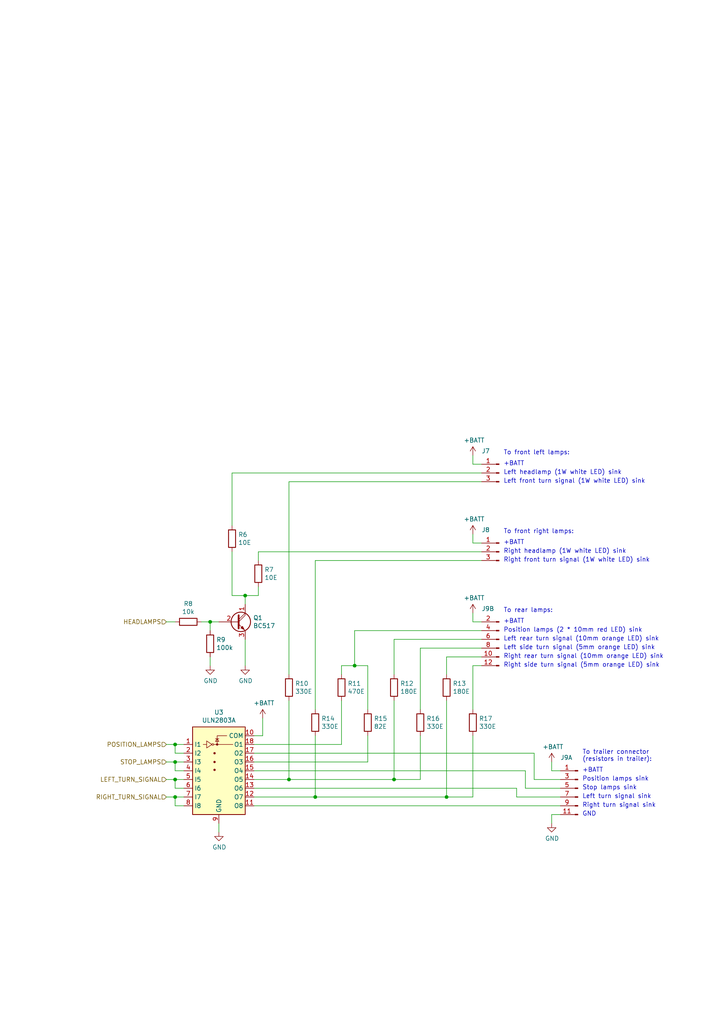
<source format=kicad_sch>
(kicad_sch (version 20211123) (generator eeschema)
  (paper "A4" portrait)
  (title_block (title "Earth Rover") (date "2020-08-05") (rev "9") (company "Vijfendertig BVBA") (comment 1 "Maarten De Munck") (comment 2 "Vehicle Control Unit") (comment 3 "Automotive Lighting"))
  (lib_symbols
    (symbol "Connector:Conn_01x03_Male" (pin_names (offset 1.016) hide)
      (property "Reference" "J" (at 0 5.08 0))
      (property "Value" "Conn_01x03_Male" (at 0 -5.08 0))
      (symbol "Conn_01x03_Male_1_1"
        (polyline (pts (xy 1.27 -2.54) (xy 0.8636 -2.54)) (stroke (width 0.1524)))
        (polyline (pts (xy 1.27 0) (xy 0.8636 0)) (stroke (width 0.1524)))
        (polyline (pts (xy 1.27 2.54) (xy 0.8636 2.54)) (stroke (width 0.1524)))
        (rectangle (start 0.8636 -2.413) (end 0 -2.667) (stroke (width 0.1524)) (fill (type outline)))
        (rectangle (start 0.8636 0.127) (end 0 -0.127) (stroke (width 0.1524)) (fill (type outline)))
        (rectangle (start 0.8636 2.667) (end 0 2.413) (stroke (width 0.1524)) (fill (type outline)))
        (pin passive line (at 5.08 2.54 180) (length 3.81) (name "Pin_1") (number "1"))
        (pin passive line (at 5.08 0 180) (length 3.81) (name "Pin_2") (number "2"))
        (pin passive line (at 5.08 -2.54 180) (length 3.81) (name "Pin_3") (number "3"))
      )
    )
    (symbol "Device:R" (pin_numbers hide) (pin_names (offset 0))
      (property "Reference" "R" (at 2.032 0 90))
      (property "Value" "R" (at 0 0 90))
      (symbol "R_0_1"
        (rectangle (start -1.016 -2.54) (end 1.016 2.54) (stroke (width 0.254)))
      )
      (symbol "R_1_1"
        (pin passive line (at 0 3.81 270) (length 1.27) (name "~") (number "1"))
        (pin passive line (at 0 -3.81 90) (length 1.27) (name "~") (number "2"))
      )
    )
    (symbol "Transistor_Array:ULN2803A"
      (property "Reference" "U" (at 0 13.335 0))
      (property "Value" "ULN2803A" (at 0 11.43 0))
      (symbol "ULN2803A_0_1"
        (rectangle (start -7.62 -15.24) (end 7.62 10.16) (stroke (width 0.254)) (fill (type background)))
        (circle (center -1.778 5.08) (radius 0.254))
        (circle (center -1.27 -2.286) (radius 0.254) (fill (type outline)))
        (circle (center -1.27 0) (radius 0.254) (fill (type outline)))
        (circle (center -1.27 2.54) (radius 0.254) (fill (type outline)))
        (circle (center -0.508 5.08) (radius 0.254) (fill (type outline)))
        (polyline (pts (xy -4.572 5.08) (xy -3.556 5.08)))
        (polyline (pts (xy -1.524 5.08) (xy 4.064 5.08)))
        (polyline (pts (xy 0 6.731) (xy -1.016 6.731)))
        (polyline (pts (xy -0.508 5.08) (xy -0.508 7.62) (xy 2.286 7.62)))
        (polyline (pts (xy -3.556 6.096) (xy -3.556 4.064) (xy -2.032 5.08) (xy -3.556 6.096)))
        (polyline (pts (xy 0 5.969) (xy -1.016 5.969) (xy -0.508 6.731) (xy 0 5.969)))
      )
      (symbol "ULN2803A_1_1"
        (pin input line (at -10.16 5.08 0) (length 2.54) (name "I1") (number "1"))
        (pin passive line (at 10.16 7.62 180) (length 2.54) (name "COM") (number "10"))
        (pin open_collector line (at 10.16 -12.7 180) (length 2.54) (name "O8") (number "11"))
        (pin open_collector line (at 10.16 -10.16 180) (length 2.54) (name "O7") (number "12"))
        (pin open_collector line (at 10.16 -7.62 180) (length 2.54) (name "O6") (number "13"))
        (pin open_collector line (at 10.16 -5.08 180) (length 2.54) (name "O5") (number "14"))
        (pin open_collector line (at 10.16 -2.54 180) (length 2.54) (name "O4") (number "15"))
        (pin open_collector line (at 10.16 0 180) (length 2.54) (name "O3") (number "16"))
        (pin open_collector line (at 10.16 2.54 180) (length 2.54) (name "O2") (number "17"))
        (pin open_collector line (at 10.16 5.08 180) (length 2.54) (name "O1") (number "18"))
        (pin input line (at -10.16 2.54 0) (length 2.54) (name "I2") (number "2"))
        (pin input line (at -10.16 0 0) (length 2.54) (name "I3") (number "3"))
        (pin input line (at -10.16 -2.54 0) (length 2.54) (name "I4") (number "4"))
        (pin input line (at -10.16 -5.08 0) (length 2.54) (name "I5") (number "5"))
        (pin input line (at -10.16 -7.62 0) (length 2.54) (name "I6") (number "6"))
        (pin input line (at -10.16 -10.16 0) (length 2.54) (name "I7") (number "7"))
        (pin input line (at -10.16 -12.7 0) (length 2.54) (name "I8") (number "8"))
        (pin power_in line (at 0 -17.78 90) (length 2.54) (name "GND") (number "9"))
      )
    )
    (symbol "Transistor_BJT:BC517" (pin_names (offset 0) hide)
      (property "Reference" "Q" (at 5.08 1.905 0))
      (property "Value" "BC517" (at 5.08 0 0))
      (symbol "BC517_0_1"
        (polyline (pts (xy 0.635 0.635) (xy 2.54 2.54)))
        (polyline (pts (xy 0.635 -0.635) (xy 2.54 -2.54) (xy 2.54 -2.54)))
        (polyline (pts (xy 0.635 0) (xy 2.54 1.905) (xy 2.54 2.54)))
        (polyline (pts (xy 0.635 1.905) (xy 0.635 -1.905) (xy 0.635 -1.905)) (stroke (width 0.508)))
        (polyline (pts (xy 1.27 -1.778) (xy 1.778 -1.27) (xy 2.286 -2.286) (xy 1.27 -1.778) (xy 1.27 -1.778)) (fill (type outline)))
        (circle (center 1.27 0) (radius 2.8194) (stroke (width 0.254)))
      )
      (symbol "BC517_1_1"
        (pin passive line (at 2.54 5.08 270) (length 2.54) (name "C") (number "1"))
        (pin input line (at -5.08 0 0) (length 5.715) (name "B") (number "2"))
        (pin passive line (at 2.54 -5.08 90) (length 2.54) (name "E") (number "3"))
      )
    )
    (symbol "earth-rover-symbols:Conn_02x06_Male_UnitPerRow" (pin_names (offset 1.016) hide)
      (property "Reference" "J" (at 0 7.62 0))
      (property "Value" "Conn_02x06_Male_UnitPerRow" (at 0 -10.16 0))
      (symbol "Conn_02x06_Male_UnitPerRow_1_1"
        (polyline (pts (xy 1.27 -7.62) (xy 0.8636 -7.62)) (stroke (width 0.1524)))
        (polyline (pts (xy 1.27 -5.08) (xy 0.8636 -5.08)) (stroke (width 0.1524)))
        (polyline (pts (xy 1.27 -2.54) (xy 0.8636 -2.54)) (stroke (width 0.1524)))
        (polyline (pts (xy 1.27 0) (xy 0.8636 0)) (stroke (width 0.1524)))
        (polyline (pts (xy 1.27 2.54) (xy 0.8636 2.54)) (stroke (width 0.1524)))
        (polyline (pts (xy 1.27 5.08) (xy 0.8636 5.08)) (stroke (width 0.1524)))
        (rectangle (start 0.8636 -7.493) (end 0 -7.747) (stroke (width 0.1524)) (fill (type outline)))
        (rectangle (start 0.8636 -4.953) (end 0 -5.207) (stroke (width 0.1524)) (fill (type outline)))
        (rectangle (start 0.8636 -2.413) (end 0 -2.667) (stroke (width 0.1524)) (fill (type outline)))
        (rectangle (start 0.8636 0.127) (end 0 -0.127) (stroke (width 0.1524)) (fill (type outline)))
        (rectangle (start 0.8636 2.667) (end 0 2.413) (stroke (width 0.1524)) (fill (type outline)))
        (rectangle (start 0.8636 5.207) (end 0 4.953) (stroke (width 0.1524)) (fill (type outline)))
        (pin passive line (at 5.08 5.08 180) (length 3.81) (name "Pin_1") (number "1"))
        (pin passive line (at 5.08 -7.62 180) (length 3.81) (name "Pin_11") (number "11"))
        (pin passive line (at 5.08 2.54 180) (length 3.81) (name "Pin_3") (number "3"))
        (pin passive line (at 5.08 0 180) (length 3.81) (name "Pin_5") (number "5"))
        (pin passive line (at 5.08 -2.54 180) (length 3.81) (name "Pin_7") (number "7"))
        (pin passive line (at 5.08 -5.08 180) (length 3.81) (name "Pin_9") (number "9"))
      )
      (symbol "Conn_02x06_Male_UnitPerRow_2_1"
        (polyline (pts (xy 1.27 -7.62) (xy 0.8636 -7.62)) (stroke (width 0.1524)))
        (polyline (pts (xy 1.27 -5.08) (xy 0.8636 -5.08)) (stroke (width 0.1524)))
        (polyline (pts (xy 1.27 -2.54) (xy 0.8636 -2.54)) (stroke (width 0.1524)))
        (polyline (pts (xy 1.27 0) (xy 0.8636 0)) (stroke (width 0.1524)))
        (polyline (pts (xy 1.27 2.54) (xy 0.8636 2.54)) (stroke (width 0.1524)))
        (polyline (pts (xy 1.27 5.08) (xy 0.8636 5.08)) (stroke (width 0.1524)))
        (rectangle (start 0.8636 -7.493) (end 0 -7.747) (stroke (width 0.1524)) (fill (type outline)))
        (rectangle (start 0.8636 -4.953) (end 0 -5.207) (stroke (width 0.1524)) (fill (type outline)))
        (rectangle (start 0.8636 -2.413) (end 0 -2.667) (stroke (width 0.1524)) (fill (type outline)))
        (rectangle (start 0.8636 0.127) (end 0 -0.127) (stroke (width 0.1524)) (fill (type outline)))
        (rectangle (start 0.8636 2.667) (end 0 2.413) (stroke (width 0.1524)) (fill (type outline)))
        (rectangle (start 0.8636 5.207) (end 0 4.953) (stroke (width 0.1524)) (fill (type outline)))
        (pin passive line (at 5.08 -5.08 180) (length 3.81) (name "Pin_10") (number "10"))
        (pin passive line (at 5.08 -7.62 180) (length 3.81) (name "Pin_12") (number "12"))
        (pin passive line (at 5.08 5.08 180) (length 3.81) (name "Pin_2") (number "2"))
        (pin passive line (at 5.08 2.54 180) (length 3.81) (name "Pin_4") (number "4"))
        (pin passive line (at 5.08 0 180) (length 3.81) (name "Pin_6") (number "6"))
        (pin passive line (at 5.08 -2.54 180) (length 3.81) (name "Pin_8") (number "8"))
      )
    )
    (symbol "power:+BATT" (power) (pin_names (offset 0))
      (property "Value" "+BATT" (at 0 3.556 0))
      (symbol "+BATT_0_1"
        (polyline (pts (xy -0.762 1.27) (xy 0 2.54)))
        (polyline (pts (xy 0 0) (xy 0 2.54)))
        (polyline (pts (xy 0 2.54) (xy 0.762 1.27)))
      )
      (symbol "+BATT_1_1"
        (pin power_in line (at 0 0 90) (length 0) hide (name "+BATT") (number "1"))
      )
    )
    (symbol "power:GND" (power) (pin_names (offset 0))
      (property "Value" "GND" (at 0 -3.81 0))
      (symbol "GND_0_1"
        (polyline (pts (xy 0 0) (xy 0 -1.27) (xy 1.27 -1.27) (xy 0 -2.54) (xy -1.27 -1.27) (xy 0 -1.27)))
      )
      (symbol "GND_1_1"
        (pin power_in line (at 0 0 270) (length 0) hide (name "GND") (number "1"))
      )
    )
  )
  (junction (at 91.44 231.14))
  (junction (at 50.8 215.9))
  (junction (at 60.96 180.34))
  (junction (at 102.87 193.04))
  (junction (at 83.82 226.06))
  (junction (at 50.8 231.14))
  (junction (at 71.12 172.72))
  (junction (at 50.8 220.98))
  (junction (at 114.3 226.06))
  (junction (at 129.54 231.14))
  (junction (at 50.8 226.06))
  (wire (pts (xy 91.44 213.36) (xy 91.44 231.14)))
  (wire (pts (xy 63.5 180.34) (xy 60.96 180.34)))
  (wire (pts (xy 50.8 231.14) (xy 50.8 233.68)))
  (wire (pts (xy 83.82 203.2) (xy 83.82 226.06)))
  (wire (pts (xy 114.3 185.42) (xy 139.7 185.42)))
  (wire (pts (xy 114.3 195.58) (xy 114.3 185.42)))
  (wire (pts (xy 71.12 172.72) (xy 71.12 175.26)))
  (wire (pts (xy 50.8 220.98) (xy 50.8 223.52)))
  (wire (pts (xy 162.56 223.52) (xy 160.02 223.52)))
  (wire (pts (xy 48.26 231.14) (xy 50.8 231.14)))
  (wire (pts (xy 129.54 231.14) (xy 129.54 203.2)))
  (wire (pts (xy 129.54 231.14) (xy 137.16 231.14)))
  (wire (pts (xy 121.92 205.74) (xy 121.92 187.96)))
  (wire (pts (xy 114.3 226.06) (xy 83.82 226.06)))
  (wire (pts (xy 74.93 172.72) (xy 71.12 172.72)))
  (wire (pts (xy 139.7 180.34) (xy 137.16 180.34)))
  (wire (pts (xy 139.7 157.48) (xy 137.16 157.48)))
  (wire (pts (xy 91.44 205.74) (xy 91.44 162.56)))
  (wire (pts (xy 63.5 241.3) (xy 63.5 238.76)))
  (wire (pts (xy 160.02 223.52) (xy 160.02 220.98)))
  (wire (pts (xy 50.8 218.44) (xy 53.34 218.44)))
  (wire (pts (xy 50.8 215.9) (xy 50.8 218.44)))
  (wire (pts (xy 73.66 220.98) (xy 106.68 220.98)))
  (wire (pts (xy 71.12 172.72) (xy 67.31 172.72)))
  (wire (pts (xy 60.96 180.34) (xy 58.42 180.34)))
  (wire (pts (xy 154.94 218.44) (xy 73.66 218.44)))
  (wire (pts (xy 48.26 220.98) (xy 50.8 220.98)))
  (wire (pts (xy 137.16 180.34) (xy 137.16 177.8)))
  (wire (pts (xy 83.82 226.06) (xy 73.66 226.06)))
  (wire (pts (xy 91.44 231.14) (xy 129.54 231.14)))
  (wire (pts (xy 67.31 137.16) (xy 67.31 152.4)))
  (wire (pts (xy 129.54 195.58) (xy 129.54 190.5)))
  (wire (pts (xy 137.16 193.04) (xy 139.7 193.04)))
  (wire (pts (xy 50.8 226.06) (xy 50.8 228.6)))
  (wire (pts (xy 60.96 193.04) (xy 60.96 190.5)))
  (wire (pts (xy 114.3 203.2) (xy 114.3 226.06)))
  (wire (pts (xy 50.8 233.68) (xy 53.34 233.68)))
  (wire (pts (xy 114.3 226.06) (xy 121.92 226.06)))
  (wire (pts (xy 102.87 193.04) (xy 102.87 182.88)))
  (wire (pts (xy 76.2 208.28) (xy 76.2 213.36)))
  (wire (pts (xy 50.8 228.6) (xy 53.34 228.6)))
  (wire (pts (xy 154.94 226.06) (xy 162.56 226.06)))
  (wire (pts (xy 73.66 231.14) (xy 91.44 231.14)))
  (wire (pts (xy 99.06 203.2) (xy 99.06 215.9)))
  (wire (pts (xy 139.7 160.02) (xy 74.93 160.02)))
  (wire (pts (xy 71.12 193.04) (xy 71.12 185.42)))
  (wire (pts (xy 48.26 215.9) (xy 50.8 215.9)))
  (wire (pts (xy 50.8 220.98) (xy 53.34 220.98)))
  (wire (pts (xy 121.92 187.96) (xy 139.7 187.96)))
  (wire (pts (xy 60.96 182.88) (xy 60.96 180.34)))
  (wire (pts (xy 74.93 170.18) (xy 74.93 172.72)))
  (wire (pts (xy 152.4 228.6) (xy 152.4 223.52)))
  (wire (pts (xy 149.86 228.6) (xy 73.66 228.6)))
  (wire (pts (xy 83.82 139.7) (xy 139.7 139.7)))
  (wire (pts (xy 139.7 134.62) (xy 137.16 134.62)))
  (wire (pts (xy 50.8 223.52) (xy 53.34 223.52)))
  (wire (pts (xy 67.31 172.72) (xy 67.31 160.02)))
  (wire (pts (xy 162.56 228.6) (xy 152.4 228.6)))
  (wire (pts (xy 91.44 162.56) (xy 139.7 162.56)))
  (wire (pts (xy 73.66 215.9) (xy 99.06 215.9)))
  (wire (pts (xy 149.86 231.14) (xy 149.86 228.6)))
  (wire (pts (xy 99.06 195.58) (xy 99.06 193.04)))
  (wire (pts (xy 106.68 213.36) (xy 106.68 220.98)))
  (wire (pts (xy 99.06 193.04) (xy 102.87 193.04)))
  (wire (pts (xy 50.8 226.06) (xy 53.34 226.06)))
  (wire (pts (xy 106.68 193.04) (xy 106.68 205.74)))
  (wire (pts (xy 137.16 231.14) (xy 137.16 213.36)))
  (wire (pts (xy 48.26 226.06) (xy 50.8 226.06)))
  (wire (pts (xy 50.8 215.9) (xy 53.34 215.9)))
  (wire (pts (xy 102.87 182.88) (xy 139.7 182.88)))
  (wire (pts (xy 162.56 236.22) (xy 160.02 236.22)))
  (wire (pts (xy 162.56 231.14) (xy 149.86 231.14)))
  (wire (pts (xy 76.2 213.36) (xy 73.66 213.36)))
  (wire (pts (xy 50.8 180.34) (xy 48.26 180.34)))
  (wire (pts (xy 139.7 137.16) (xy 67.31 137.16)))
  (wire (pts (xy 129.54 190.5) (xy 139.7 190.5)))
  (wire (pts (xy 83.82 195.58) (xy 83.82 139.7)))
  (wire (pts (xy 50.8 231.14) (xy 53.34 231.14)))
  (wire (pts (xy 102.87 193.04) (xy 106.68 193.04)))
  (wire (pts (xy 137.16 157.48) (xy 137.16 154.94)))
  (wire (pts (xy 137.16 134.62) (xy 137.16 132.08)))
  (wire (pts (xy 74.93 160.02) (xy 74.93 162.56)))
  (wire (pts (xy 121.92 226.06) (xy 121.92 213.36)))
  (wire (pts (xy 137.16 205.74) (xy 137.16 193.04)))
  (wire (pts (xy 152.4 223.52) (xy 73.66 223.52)))
  (wire (pts (xy 160.02 236.22) (xy 160.02 238.76)))
  (wire (pts (xy 154.94 226.06) (xy 154.94 218.44)))
  (wire (pts (xy 73.66 233.68) (xy 162.56 233.68)))
  (text "+BATT" (at 146.05 180.975 0) (effects (font (size 1.27 1.27)) (justify left bottom)))
  (text "+BATT" (at 168.91 224.155 0) (effects (font (size 1.27 1.27)) (justify left bottom)))
  (text "+BATT" (at 146.05 135.255 0) (effects (font (size 1.27 1.27)) (justify left bottom)))
  (text "GND" (at 168.91 236.855 0) (effects (font (size 1.27 1.27)) (justify left bottom)))
  (text "Stop lamps sink" (at 168.91 229.235 0) (effects (font (size 1.27 1.27)) (justify left bottom)))
  (text "Position lamps sink" (at 168.91 226.695 0) (effects (font (size 1.27 1.27)) (justify left bottom)))
  (text "Left front turn signal (1W white LED) sink" (at 146.05 140.335 0) (effects (font (size 1.27 1.27)) (justify left bottom)))
  (text "Left rear turn signal (10mm orange LED) sink" (at 146.05 186.055 0) (effects (font (size 1.27 1.27)) (justify left bottom)))
  (text "To rear lamps:" (at 146.05 177.8 0) (effects (font (size 1.27 1.27)) (justify left bottom)))
  (text "Left turn signal sink" (at 168.91 231.775 0) (effects (font (size 1.27 1.27)) (justify left bottom)))
  (text "+BATT" (at 146.05 158.115 0) (effects (font (size 1.27 1.27)) (justify left bottom)))
  (text "To front left lamps:" (at 146.05 132.08 0) (effects (font (size 1.27 1.27)) (justify left bottom)))
  (text "Right front turn signal (1W white LED) sink" (at 146.05 163.195 0) (effects (font (size 1.27 1.27)) (justify left bottom)))
  (text "Right side turn signal (5mm orange LED) sink" (at 146.05 193.675 0) (effects (font (size 1.27 1.27)) (justify left bottom)))
  (text "To front right lamps:" (at 146.05 154.94 0) (effects (font (size 1.27 1.27)) (justify left bottom)))
  (text "Right rear turn signal (10mm orange LED) sink" (at 146.05 191.135 0) (effects (font (size 1.27 1.27)) (justify left bottom)))
  (text "Left headlamp (1W white LED) sink" (at 146.05 137.795 0) (effects (font (size 1.27 1.27)) (justify left bottom)))
  (text "Right turn signal sink" (at 168.91 234.315 0) (effects (font (size 1.27 1.27)) (justify left bottom)))
  (text "To trailer connector\n(resistors in trailer):" (at 168.91 220.98 0) (effects (font (size 1.27 1.27)) (justify left bottom)))
  (text "Right headlamp (1W white LED) sink" (at 146.05 160.655 0) (effects (font (size 1.27 1.27)) (justify left bottom)))
  (text "Position lamps (2 * 10mm red LED) sink" (at 146.05 183.515 0) (effects (font (size 1.27 1.27)) (justify left bottom)))
  (text "Left side turn signal (5mm orange LED) sink" (at 146.05 188.595 0) (effects (font (size 1.27 1.27)) (justify left bottom)))
  (hierarchical_label "RIGHT_TURN_SIGNAL" (shape input) (at 48.26 231.14 180))
  (hierarchical_label "HEADLAMPS" (shape input) (at 48.26 180.34 180))
  (hierarchical_label "STOP_LAMPS" (shape input) (at 48.26 220.98 180))
  (hierarchical_label "LEFT_TURN_SIGNAL" (shape input) (at 48.26 226.06 180))
  (hierarchical_label "POSITION_LAMPS" (shape input) (at 48.26 215.9 180))
  (symbol (lib_id "Transistor_Array:ULN2803A") (at 63.5 220.98 0) (unit 1)
    (property "Reference" "U3" (at 63.5 206.5782 0))
    (property "Value" "ULN2803A" (at 63.5 208.8896 0))
    (property "Footprint" "Package_DIP:DIP-18_W7.62mm" (effects hide))
    (property "Datasheet" "http://www.ti.com/lit/ds/symlink/uln2803a.pdf" (effects hide))
  )
  (symbol (lib_id "Device:R") (at 60.96 186.69 0) (unit 1)
    (property "Reference" "R9" (at 62.738 185.5216 0) (effects (justify left)))
    (property "Value" "100k" (at 62.738 187.833 0) (effects (justify left)))
    (property "Footprint" "Resistor_THT:R_Axial_DIN0207_L6.3mm_D2.5mm_P10.16mm_Horizontal" (effects hide))
  )
  (symbol (lib_id "Device:R") (at 54.61 180.34 270) (unit 1)
    (property "Reference" "R8" (at 54.61 175.0822 90))
    (property "Value" "10k" (at 54.61 177.3936 90))
    (property "Footprint" "Resistor_THT:R_Axial_DIN0207_L6.3mm_D2.5mm_P10.16mm_Horizontal" (effects hide))
  )
  (symbol (lib_id "Device:R") (at 67.31 156.21 0) (unit 1)
    (property "Reference" "R6" (at 69.088 155.0416 0) (effects (justify left)))
    (property "Value" "10E" (at 69.088 157.353 0) (effects (justify left)))
    (property "Footprint" "Resistor_THT:R_Axial_DIN0207_L6.3mm_D2.5mm_P10.16mm_Horizontal" (effects hide))
  )
  (symbol (lib_id "Device:R") (at 74.93 166.37 0) (unit 1)
    (property "Reference" "R7" (at 76.708 165.2016 0) (effects (justify left)))
    (property "Value" "10E" (at 76.708 167.513 0) (effects (justify left)))
    (property "Footprint" "Resistor_THT:R_Axial_DIN0207_L6.3mm_D2.5mm_P10.16mm_Horizontal" (effects hide))
  )
  (symbol (lib_id "Device:R") (at 99.06 199.39 0) (unit 1)
    (property "Reference" "R11" (at 100.838 198.2216 0) (effects (justify left)))
    (property "Value" "470E" (at 100.838 200.533 0) (effects (justify left)))
    (property "Footprint" "Resistor_THT:R_Axial_DIN0207_L6.3mm_D2.5mm_P10.16mm_Horizontal" (effects hide))
  )
  (symbol (lib_id "Device:R") (at 106.68 209.55 0) (unit 1)
    (property "Reference" "R15" (at 108.458 208.3816 0) (effects (justify left)))
    (property "Value" "82E" (at 108.458 210.693 0) (effects (justify left)))
    (property "Footprint" "Resistor_THT:R_Axial_DIN0207_L6.3mm_D2.5mm_P10.16mm_Horizontal" (effects hide))
  )
  (symbol (lib_id "Device:R") (at 83.82 199.39 0) (unit 1)
    (property "Reference" "R10" (at 85.598 198.2216 0) (effects (justify left)))
    (property "Value" "330E" (at 85.598 200.533 0) (effects (justify left)))
    (property "Footprint" "Resistor_THT:R_Axial_DIN0207_L6.3mm_D2.5mm_P10.16mm_Horizontal" (effects hide))
  )
  (symbol (lib_id "Device:R") (at 121.92 209.55 0) (unit 1)
    (property "Reference" "R16" (at 123.698 208.3816 0) (effects (justify left)))
    (property "Value" "330E" (at 123.698 210.693 0) (effects (justify left)))
    (property "Footprint" "Resistor_THT:R_Axial_DIN0207_L6.3mm_D2.5mm_P10.16mm_Horizontal" (effects hide))
  )
  (symbol (lib_id "Device:R") (at 91.44 209.55 0) (unit 1)
    (property "Reference" "R14" (at 93.218 208.3816 0) (effects (justify left)))
    (property "Value" "330E" (at 93.218 210.693 0) (effects (justify left)))
    (property "Footprint" "Resistor_THT:R_Axial_DIN0207_L6.3mm_D2.5mm_P10.16mm_Horizontal" (effects hide))
  )
  (symbol (lib_id "Device:R") (at 137.16 209.55 0) (unit 1)
    (property "Reference" "R17" (at 138.938 208.3816 0) (effects (justify left)))
    (property "Value" "330E" (at 138.938 210.693 0) (effects (justify left)))
    (property "Footprint" "Resistor_THT:R_Axial_DIN0207_L6.3mm_D2.5mm_P10.16mm_Horizontal" (effects hide))
  )
  (symbol (lib_id "power:GND") (at 60.96 193.04 0) (unit 1)
    (property "Reference" "#PWR030" (effects hide))
    (property "Value" "GND" (at 61.087 197.4342 0))
  )
  (symbol (lib_id "power:GND") (at 71.12 193.04 0) (unit 1)
    (property "Reference" "#PWR031" (effects hide))
    (property "Value" "GND" (at 71.247 197.4342 0))
  )
  (symbol (lib_id "power:+BATT") (at 76.2 208.28 0) (unit 1)
    (property "Reference" "#PWR032" (effects hide))
    (property "Value" "+BATT" (at 76.581 203.8858 0))
  )
  (symbol (lib_id "power:+BATT") (at 160.02 220.98 0) (unit 1)
    (property "Reference" "#PWR033" (effects hide))
    (property "Value" "+BATT" (at 160.401 216.5858 0))
  )
  (symbol (lib_id "power:GND") (at 160.02 238.76 0) (unit 1)
    (property "Reference" "#PWR034" (effects hide))
    (property "Value" "GND" (at 160.147 243.1542 0))
  )
  (symbol (lib_id "power:GND") (at 63.5 241.3 0) (unit 1)
    (property "Reference" "#PWR035" (effects hide))
    (property "Value" "GND" (at 63.627 245.6942 0))
  )
  (symbol (lib_id "Transistor_BJT:BC517") (at 68.58 180.34 0) (unit 1)
    (property "Reference" "Q1" (at 73.4314 179.1716 0) (effects (justify left)))
    (property "Value" "BC517" (at 73.4314 181.483 0) (effects (justify left)))
    (property "Footprint" "Package_TO_SOT_THT:TO-92_Inline" (effects hide))
    (property "Datasheet" "http://www.fairchildsemi.com/ds/BC/BC517.pdf" (effects hide))
  )
  (symbol (lib_id "Device:R") (at 129.54 199.39 0) (unit 1)
    (property "Reference" "R13" (at 131.318 198.2216 0) (effects (justify left)))
    (property "Value" "180E" (at 131.318 200.533 0) (effects (justify left)))
    (property "Footprint" "Resistor_THT:R_Axial_DIN0207_L6.3mm_D2.5mm_P10.16mm_Horizontal" (effects hide))
  )
  (symbol (lib_id "Device:R") (at 114.3 199.39 0) (unit 1)
    (property "Reference" "R12" (at 116.078 198.2216 0) (effects (justify left)))
    (property "Value" "180E" (at 116.078 200.533 0) (effects (justify left)))
    (property "Footprint" "Resistor_THT:R_Axial_DIN0207_L6.3mm_D2.5mm_P10.16mm_Horizontal" (effects hide))
  )
  (symbol (lib_id "power:+BATT") (at 137.16 177.8 0) (unit 1)
    (property "Reference" "#PWR029" (effects hide))
    (property "Value" "+BATT" (at 137.541 173.4058 0))
  )
  (symbol (lib_id "power:+BATT") (at 137.16 154.94 0) (unit 1)
    (property "Reference" "#PWR028" (effects hide))
    (property "Value" "+BATT" (at 137.541 150.5458 0))
  )
  (symbol (lib_id "Connector:Conn_01x03_Male") (at 144.78 160.02 0) (mirror y) (unit 1)
    (property "Reference" "J8" (at 139.7 153.67 0) (effects (justify right)))
    (property "Value" "Conn_01x03_Male" (effects hide))
    (property "Footprint" "Connector_PinHeader_2.54mm:PinHeader_1x03_P2.54mm_Horizontal" (effects hide))
  )
  (symbol (lib_id "power:+BATT") (at 137.16 132.08 0) (unit 1)
    (property "Reference" "#PWR027" (effects hide))
    (property "Value" "+BATT" (at 137.541 127.6858 0))
  )
  (symbol (lib_id "Connector:Conn_01x03_Male") (at 144.78 137.16 0) (mirror y) (unit 1)
    (property "Reference" "J7" (at 139.7 130.81 0) (effects (justify right)))
    (property "Value" "Conn_01x03_Male" (effects hide))
    (property "Footprint" "Connector_PinHeader_2.54mm:PinHeader_1x03_P2.54mm_Horizontal" (effects hide))
  )
  (symbol (lib_id "earth-rover-symbols:Conn_02x06_Male_UnitPerRow") (at 144.78 185.42 0) (mirror y) (unit 2)
    (property "Reference" "J9" (at 139.7 176.53 0) (effects (justify right)))
    (property "Value" "Conn_02x06_Male_UnitPerRow" (effects hide))
    (property "Footprint" "Connector_PinHeader_2.54mm:PinHeader_2x06_P2.54mm_Horizontal" (effects hide))
  )
  (symbol (lib_id "earth-rover-symbols:Conn_02x06_Male_UnitPerRow") (at 167.64 228.6 0) (mirror y) (unit 1)
    (property "Reference" "J9" (at 162.56 219.71 0) (effects (justify right)))
    (property "Value" "Conn_02x06_Male_UnitPerRow" (effects hide))
    (property "Footprint" "Connector_PinHeader_2.54mm:PinHeader_2x06_P2.54mm_Horizontal" (effects hide))
  )
)
</source>
